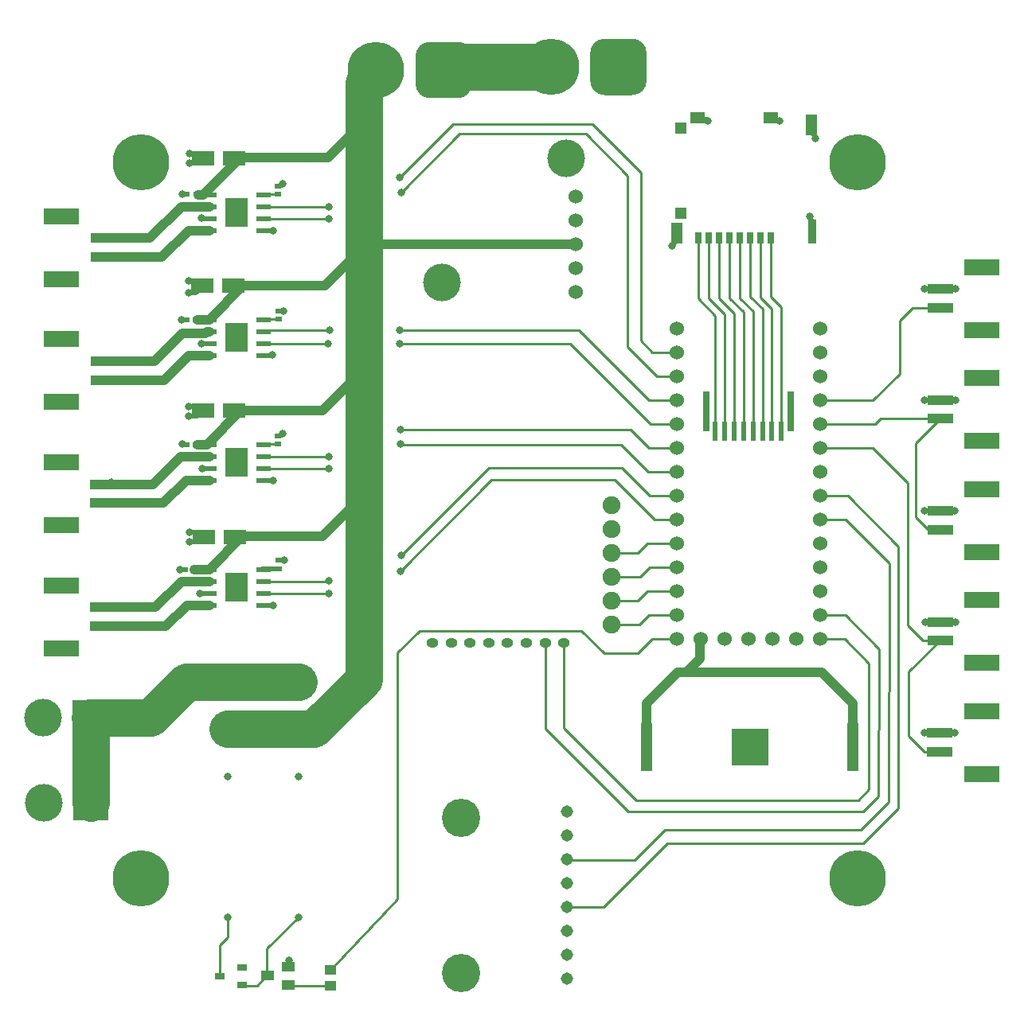
<source format=gbr>
%TF.GenerationSoftware,KiCad,Pcbnew,(5.1.8)-1*%
%TF.CreationDate,2021-01-10T21:03:03-08:00*%
%TF.ProjectId,PJS,504a532e-6b69-4636-9164-5f7063625858,rev?*%
%TF.SameCoordinates,Original*%
%TF.FileFunction,Copper,L1,Top*%
%TF.FilePolarity,Positive*%
%FSLAX46Y46*%
G04 Gerber Fmt 4.6, Leading zero omitted, Abs format (unit mm)*
G04 Created by KiCad (PCBNEW (5.1.8)-1) date 2021-01-10 21:03:03*
%MOMM*%
%LPD*%
G01*
G04 APERTURE LIST*
%TA.AperFunction,ComponentPad*%
%ADD10C,4.000000*%
%TD*%
%TA.AperFunction,ComponentPad*%
%ADD11C,1.524000*%
%TD*%
%TA.AperFunction,ComponentPad*%
%ADD12C,1.308000*%
%TD*%
%TA.AperFunction,ComponentPad*%
%ADD13C,4.064000*%
%TD*%
%TA.AperFunction,SMDPad,CuDef*%
%ADD14R,1.000000X0.800000*%
%TD*%
%TA.AperFunction,SMDPad,CuDef*%
%ADD15R,1.500000X1.150000*%
%TD*%
%TA.AperFunction,SMDPad,CuDef*%
%ADD16R,1.150000X2.200000*%
%TD*%
%TA.AperFunction,SMDPad,CuDef*%
%ADD17R,1.160000X1.200000*%
%TD*%
%TA.AperFunction,SMDPad,CuDef*%
%ADD18R,1.160000X1.250000*%
%TD*%
%TA.AperFunction,SMDPad,CuDef*%
%ADD19R,0.950000X2.500000*%
%TD*%
%TA.AperFunction,SMDPad,CuDef*%
%ADD20R,0.800000X1.240000*%
%TD*%
%TA.AperFunction,ComponentPad*%
%ADD21C,0.800000*%
%TD*%
%TA.AperFunction,ComponentPad*%
%ADD22C,6.000000*%
%TD*%
%TA.AperFunction,SMDPad,CuDef*%
%ADD23R,2.420000X1.580000*%
%TD*%
%TA.AperFunction,SMDPad,CuDef*%
%ADD24R,1.550000X0.600000*%
%TD*%
%TA.AperFunction,SMDPad,CuDef*%
%ADD25R,1.550000X0.500000*%
%TD*%
%TA.AperFunction,SMDPad,CuDef*%
%ADD26R,2.400000X3.100000*%
%TD*%
%TA.AperFunction,ComponentPad*%
%ADD27O,1.270000X1.000000*%
%TD*%
%TA.AperFunction,ComponentPad*%
%ADD28C,1.900000*%
%TD*%
%TA.AperFunction,ComponentPad*%
%ADD29R,3.800000X3.800000*%
%TD*%
%TA.AperFunction,SMDPad,CuDef*%
%ADD30R,1.199998X1.005599*%
%TD*%
%TA.AperFunction,SMDPad,CuDef*%
%ADD31R,1.270000X5.080000*%
%TD*%
%TA.AperFunction,SMDPad,CuDef*%
%ADD32R,3.960000X3.960000*%
%TD*%
%TA.AperFunction,ComponentPad*%
%ADD33C,1.530000*%
%TD*%
%TA.AperFunction,SMDPad,CuDef*%
%ADD34R,1.400000X1.000000*%
%TD*%
%TA.AperFunction,SMDPad,CuDef*%
%ADD35R,0.540000X0.600000*%
%TD*%
%TA.AperFunction,SMDPad,CuDef*%
%ADD36R,0.700000X4.199999*%
%TD*%
%TA.AperFunction,SMDPad,CuDef*%
%ADD37R,0.600000X2.000000*%
%TD*%
%TA.AperFunction,SMDPad,CuDef*%
%ADD38R,2.700000X1.000000*%
%TD*%
%TA.AperFunction,SMDPad,CuDef*%
%ADD39R,3.800000X1.800000*%
%TD*%
%TA.AperFunction,SMDPad,CuDef*%
%ADD40R,0.640000X0.560000*%
%TD*%
%TA.AperFunction,ViaPad*%
%ADD41C,6.000000*%
%TD*%
%TA.AperFunction,ViaPad*%
%ADD42C,0.800000*%
%TD*%
%TA.AperFunction,Conductor*%
%ADD43C,1.000000*%
%TD*%
%TA.AperFunction,Conductor*%
%ADD44C,0.250000*%
%TD*%
%TA.AperFunction,Conductor*%
%ADD45C,4.000000*%
%TD*%
%TA.AperFunction,Conductor*%
%ADD46C,0.750000*%
%TD*%
%TA.AperFunction,Conductor*%
%ADD47C,0.500000*%
%TD*%
%TA.AperFunction,Conductor*%
%ADD48C,5.000000*%
%TD*%
G04 APERTURE END LIST*
D10*
%TO.P,VR1,*%
%TO.N,*%
X124146500Y-73084499D03*
X137346500Y-59884499D03*
D11*
%TO.P,VR1,5*%
%TO.N,+5V*%
X138366500Y-63944499D03*
%TO.P,VR1,4*%
%TO.N,GND*%
X138366500Y-66484499D03*
%TO.P,VR1,3*%
%TO.N,+12V*%
X138366500Y-69024499D03*
%TO.P,VR1,2*%
%TO.N,Net-(VR1-Pad2)*%
X138366500Y-71564499D03*
%TO.P,VR1,1*%
%TO.N,Net-(VR1-Pad1)*%
X138376500Y-74114499D03*
%TD*%
D12*
%TO.P,A5,3*%
%TO.N,GND*%
X137414000Y-142112999D03*
%TO.P,A5,5*%
%TO.N,Net-(A5-Pad5)*%
X137414000Y-137032999D03*
%TO.P,A5,2*%
%TO.N,Net-(A5-Pad2)*%
X137414000Y-144652999D03*
D13*
%TO.P,A5, *%
%TO.N,N/C*%
X126111000Y-130047999D03*
D12*
%TO.P,A5,4*%
%TO.N,/Alt_SCK*%
X137414000Y-139572999D03*
%TO.P,A5,1*%
%TO.N,+5V*%
X137414000Y-147192999D03*
%TO.P,A5,6*%
%TO.N,/Alt_SDI*%
X137414000Y-134492999D03*
%TO.P,A5,8*%
%TO.N,Net-(A5-Pad8)*%
X137414000Y-129412999D03*
%TO.P,A5,7*%
%TO.N,Net-(A5-Pad7)*%
X137414000Y-131952999D03*
D13*
%TO.P,A5, *%
%TO.N,N/C*%
X126111000Y-146557999D03*
%TD*%
D14*
%TO.P,D1,2*%
%TO.N,Net-(D1-Pad2)*%
X102901600Y-145988999D03*
%TO.P,D1,1*%
%TO.N,Net-(D1-Pad1)*%
X102901600Y-147888999D03*
%TO.P,D1,3*%
%TO.N,+5V*%
X100501600Y-146938999D03*
%TD*%
D15*
%TO.P,XM1,9*%
%TO.N,GND*%
X151270000Y-55575999D03*
X159050000Y-55575999D03*
D16*
X163355000Y-56370999D03*
D17*
%TO.P,XM1,*%
%TO.N,*%
X149470000Y-56700999D03*
D18*
X149470000Y-65700999D03*
D16*
%TO.P,XM1,9*%
%TO.N,GND*%
X149065000Y-67850999D03*
D19*
X163455000Y-67700999D03*
D20*
%TO.P,XM1,8*%
%TO.N,Net-(J1-Pad8)*%
X151410000Y-68330999D03*
%TO.P,XM1,7*%
%TO.N,Net-(J1-Pad7)*%
X152510000Y-68330999D03*
%TO.P,XM1,6*%
%TO.N,Net-(J1-Pad6)*%
X153610000Y-68330999D03*
%TO.P,XM1,5*%
%TO.N,Net-(J1-Pad5)*%
X154710000Y-68330999D03*
%TO.P,XM1,4*%
%TO.N,Net-(J1-Pad4)*%
X155810000Y-68330999D03*
%TO.P,XM1,3*%
%TO.N,Net-(J1-Pad3)*%
X156910000Y-68330999D03*
%TO.P,XM1,2*%
%TO.N,Net-(J1-Pad2)*%
X158010000Y-68330999D03*
%TO.P,XM1,1*%
%TO.N,Net-(J1-Pad1)*%
X159110000Y-68330999D03*
%TD*%
D21*
%TO.P,K1,5*%
%TO.N,/Door_RelayOut1*%
X101342500Y-115642999D03*
%TO.P,K1,3*%
%TO.N,+12V*%
X101342500Y-120642999D03*
%TO.P,K1,2*%
%TO.N,Net-(K1-Pad2)*%
X101342500Y-125642999D03*
%TO.P,K1,1*%
%TO.N,+5V*%
X101342500Y-140642999D03*
%TO.P,K1,5*%
%TO.N,/Door_RelayOut1*%
X108842500Y-115642999D03*
%TO.P,K1,6*%
%TO.N,+12V*%
X108842500Y-120642999D03*
%TO.P,K1,7*%
%TO.N,Net-(K1-Pad7)*%
X108842500Y-125642999D03*
%TO.P,K1,8*%
%TO.N,Net-(D1-Pad1)*%
X108842500Y-140642999D03*
%TD*%
%TO.P,X3,*%
%TO.N,GND*%
%TA.AperFunction,ComponentPad*%
G36*
G01*
X145875000Y-48664999D02*
X145875000Y-51664999D01*
G75*
G02*
X144375000Y-53164999I-1500000J0D01*
G01*
X141375000Y-53164999D01*
G75*
G02*
X139875000Y-51664999I0J1500000D01*
G01*
X139875000Y-48664999D01*
G75*
G02*
X141375000Y-47164999I1500000J0D01*
G01*
X144375000Y-47164999D01*
G75*
G02*
X145875000Y-48664999I0J-1500000D01*
G01*
G37*
%TD.AperFunction*%
D22*
%TO.P,X3,2*%
%TO.N,Net-(X3-Pad2)*%
X135675000Y-50164999D03*
%TD*%
D23*
%TO.P,C3,2*%
%TO.N,GND*%
X98692000Y-86733999D03*
%TO.P,C3,1*%
%TO.N,+12V*%
X101992000Y-86733999D03*
%TD*%
D24*
%TO.P,A1,6*%
%TO.N,/UAS_DriverOUT1*%
X99360000Y-65023999D03*
D25*
%TO.P,A1,5*%
%TO.N,+12V*%
X99360000Y-63753999D03*
%TO.P,A1,1*%
%TO.N,GND*%
X105110000Y-67563999D03*
D24*
%TO.P,A1,7*%
X99360000Y-66293999D03*
D25*
%TO.P,A1,2*%
%TO.N,/UAS_DriverIN2*%
X105110000Y-66293999D03*
%TO.P,A1,4*%
%TO.N,Net-(A1-Pad4)*%
X105110000Y-63753999D03*
%TO.P,A1,3*%
%TO.N,/UAS_DriverIN1*%
X105110000Y-65023999D03*
D24*
%TO.P,A1,8*%
%TO.N,/UAS_DriverOUT2*%
X99360000Y-67563999D03*
D26*
%TO.P,A1,1*%
%TO.N,GND*%
X102235000Y-65658999D03*
%TD*%
D24*
%TO.P,A2,6*%
%TO.N,/Link_DriverOUT1*%
X99360000Y-78316665D03*
D25*
%TO.P,A2,5*%
%TO.N,+12V*%
X99360000Y-77046665D03*
%TO.P,A2,1*%
%TO.N,GND*%
X105110000Y-80856665D03*
D24*
%TO.P,A2,7*%
X99360000Y-79586665D03*
D25*
%TO.P,A2,2*%
%TO.N,/Link_DriverIN2*%
X105110000Y-79586665D03*
%TO.P,A2,4*%
%TO.N,Net-(A2-Pad4)*%
X105110000Y-77046665D03*
%TO.P,A2,3*%
%TO.N,/Link_DriverIN1*%
X105110000Y-78316665D03*
D24*
%TO.P,A2,8*%
%TO.N,/Link_DriverOUT2*%
X99360000Y-80856665D03*
D26*
%TO.P,A2,1*%
%TO.N,GND*%
X102235000Y-78951665D03*
%TD*%
D24*
%TO.P,A3,6*%
%TO.N,/LockA_DriverOUT1*%
X99360000Y-91609331D03*
D25*
%TO.P,A3,5*%
%TO.N,+12V*%
X99360000Y-90339331D03*
%TO.P,A3,1*%
%TO.N,GND*%
X105110000Y-94149331D03*
D24*
%TO.P,A3,7*%
X99360000Y-92879331D03*
D25*
%TO.P,A3,2*%
%TO.N,/LockA_DriverIN2*%
X105110000Y-92879331D03*
%TO.P,A3,4*%
%TO.N,Net-(A3-Pad4)*%
X105110000Y-90339331D03*
%TO.P,A3,3*%
%TO.N,/LockA_DriverIN1*%
X105110000Y-91609331D03*
D24*
%TO.P,A3,8*%
%TO.N,/LockA_DriverOUT2*%
X99360000Y-94149331D03*
D26*
%TO.P,A3,1*%
%TO.N,GND*%
X102235000Y-92244331D03*
%TD*%
D24*
%TO.P,A4,6*%
%TO.N,/LockB_DriverOUT1*%
X99360000Y-104901999D03*
D25*
%TO.P,A4,5*%
%TO.N,+12V*%
X99360000Y-103631999D03*
%TO.P,A4,1*%
%TO.N,GND*%
X105110000Y-107441999D03*
D24*
%TO.P,A4,7*%
X99360000Y-106171999D03*
D25*
%TO.P,A4,2*%
%TO.N,/LockB_DriverIN2*%
X105110000Y-106171999D03*
%TO.P,A4,4*%
%TO.N,Net-(A4-Pad4)*%
X105110000Y-103631999D03*
%TO.P,A4,3*%
%TO.N,/LockB_DriverIN1*%
X105110000Y-104901999D03*
D24*
%TO.P,A4,8*%
%TO.N,/LockB_DriverOUT2*%
X99360000Y-107441999D03*
D26*
%TO.P,A4,1*%
%TO.N,GND*%
X102235000Y-105536999D03*
%TD*%
D27*
%TO.P,A6,13*%
%TO.N,N/C*%
X125092600Y-111454999D03*
%TO.P,A6,11*%
X129092600Y-111454999D03*
D28*
%TO.P,A6,1*%
%TO.N,GND*%
X142122600Y-96844999D03*
%TO.P,A6,4*%
%TO.N,/RF_CH2*%
X142122600Y-104464999D03*
D27*
%TO.P,A6,8*%
%TO.N,/RF_CH6*%
X135092600Y-111454999D03*
%TO.P,A6,7*%
%TO.N,/RF_CH5*%
X137092600Y-111454999D03*
%TO.P,A6,9*%
%TO.N,N/C*%
X133092600Y-111454999D03*
D28*
%TO.P,A6,5*%
%TO.N,/RF_CH3*%
X142122600Y-107004999D03*
%TO.P,A6,2*%
%TO.N,+5V*%
X142122600Y-99384999D03*
%TO.P,A6,3*%
%TO.N,/RF_CH1*%
X142122600Y-101924999D03*
%TO.P,A6,6*%
%TO.N,/RF_CH4*%
X142122600Y-109544999D03*
D27*
%TO.P,A6,14*%
%TO.N,N/C*%
X123092600Y-111454999D03*
%TO.P,A6,12*%
X127092600Y-111454999D03*
%TO.P,A6,10*%
X131092600Y-111454999D03*
%TD*%
D10*
%TO.P,X2,2*%
%TO.N,GND*%
X81715000Y-119414999D03*
D29*
%TO.P,X2,1*%
%TO.N,/Door_RelayOut1*%
X86715000Y-119414999D03*
%TD*%
D10*
%TO.P,X1,2*%
%TO.N,GND*%
X81765000Y-128464999D03*
D29*
%TO.P,X1,1*%
%TO.N,/Door_RelayOut1*%
X86765000Y-128464999D03*
%TD*%
%TO.P,X4,1*%
%TO.N,Net-(X3-Pad2)*%
%TA.AperFunction,ComponentPad*%
G36*
G01*
X127307600Y-48995199D02*
X127307600Y-51995199D01*
G75*
G02*
X125807600Y-53495199I-1500000J0D01*
G01*
X122807600Y-53495199D01*
G75*
G02*
X121307600Y-51995199I0J1500000D01*
G01*
X121307600Y-48995199D01*
G75*
G02*
X122807600Y-47495199I1500000J0D01*
G01*
X125807600Y-47495199D01*
G75*
G02*
X127307600Y-48995199I0J-1500000D01*
G01*
G37*
%TD.AperFunction*%
D22*
%TO.P,X4,2*%
%TO.N,+12V*%
X117107600Y-50495199D03*
%TD*%
D30*
%TO.P,R5,1*%
%TO.N,Net-(Q1-Pad1)*%
X112242600Y-147918798D03*
%TO.P,R5,2*%
%TO.N,/Relay_Signal*%
X112242600Y-146213200D03*
%TD*%
D31*
%TO.P,BT1,1*%
%TO.N,/3.3V_Coin*%
X167830000Y-122554999D03*
X145860000Y-122554999D03*
D32*
%TO.P,BT1,2*%
%TO.N,GND*%
X156845000Y-122554999D03*
%TD*%
D33*
%TO.P,U2,ONOFF*%
%TO.N,N/C*%
X161772600Y-111048799D03*
%TO.P,U2,PGM*%
X159232600Y-111048799D03*
%TO.P,U2,G2*%
X156692600Y-111048799D03*
%TO.P,U2,3.3V_1*%
X154152600Y-111048799D03*
%TO.P,U2,VBAT*%
%TO.N,/3.3V_Coin*%
X151612600Y-111048799D03*
%TO.P,U2,VIN*%
%TO.N,N/C*%
X164312600Y-78028799D03*
%TO.P,U2,G3*%
X164312600Y-80568799D03*
%TO.P,U2,3.3V_2*%
X164312600Y-83108799D03*
%TO.P,U2,23*%
%TO.N,/S3_UAS*%
X164312600Y-85648799D03*
%TO.P,U2,22*%
%TO.N,/S2_Door*%
X164312600Y-88188799D03*
%TO.P,U2,21*%
%TO.N,/S1_Link*%
X164312600Y-90728799D03*
%TO.P,U2,20*%
%TO.N,Net-(U2-Pad20)*%
X164312600Y-93268799D03*
%TO.P,U2,19*%
%TO.N,/Alt_SCK*%
X164312600Y-95808799D03*
%TO.P,U2,18*%
%TO.N,/Alt_SDI*%
X164312600Y-98348799D03*
%TO.P,U2,17*%
%TO.N,Net-(U2-Pad17)*%
X164312600Y-100888799D03*
%TO.P,U2,16*%
%TO.N,Net-(U2-Pad16)*%
X164312600Y-103428799D03*
%TO.P,U2,15*%
%TO.N,Net-(U2-Pad15)*%
X164312600Y-105968799D03*
%TO.P,U2,14*%
%TO.N,/RF_CH6*%
X164312600Y-108508799D03*
%TO.P,U2,13*%
%TO.N,/RF_CH5*%
X164312600Y-111048799D03*
%TO.P,U2,G1*%
%TO.N,GND*%
X149072600Y-78028799D03*
%TO.P,U2,0*%
%TO.N,/UAS_DriverIN1*%
X149072600Y-80568799D03*
%TO.P,U2,1*%
%TO.N,/UAS_DriverIN2*%
X149072600Y-83108799D03*
%TO.P,U2,2*%
%TO.N,/Link_DriverIN1*%
X149072600Y-85648799D03*
%TO.P,U2,3*%
%TO.N,/Link_DriverIN2*%
X149072600Y-88188799D03*
%TO.P,U2,4*%
%TO.N,/LockA_DriverIN1*%
X149072600Y-90728799D03*
%TO.P,U2,5*%
%TO.N,/LockA_DriverIN2*%
X149072600Y-93268799D03*
%TO.P,U2,6*%
%TO.N,/LockB_DriverIN1*%
X149072600Y-95808799D03*
%TO.P,U2,7*%
%TO.N,/LockB_DriverIN2*%
X149072600Y-98348799D03*
%TO.P,U2,8*%
%TO.N,/RF_CH1*%
X149072600Y-100888799D03*
%TO.P,U2,9*%
%TO.N,/RF_CH2*%
X149072600Y-103428799D03*
%TO.P,U2,10*%
%TO.N,/RF_CH3*%
X149072600Y-105968799D03*
%TO.P,U2,11*%
%TO.N,/RF_CH4*%
X149072600Y-108508799D03*
%TO.P,U2,12*%
%TO.N,/Relay_Signal*%
X149072600Y-111048799D03*
%TD*%
D34*
%TO.P,Q1,2*%
%TO.N,GND*%
X107754600Y-145938199D03*
%TO.P,Q1,1*%
%TO.N,Net-(Q1-Pad1)*%
X107754600Y-147838199D03*
%TO.P,Q1,3*%
%TO.N,Net-(D1-Pad1)*%
X105554600Y-146888199D03*
%TD*%
D23*
%TO.P,C1,2*%
%TO.N,GND*%
X98725000Y-59874999D03*
%TO.P,C1,1*%
%TO.N,+12V*%
X102025000Y-59874999D03*
%TD*%
%TO.P,C2,1*%
%TO.N,+12V*%
X101957000Y-73458999D03*
%TO.P,C2,2*%
%TO.N,GND*%
X98657000Y-73458999D03*
%TD*%
%TO.P,C4,1*%
%TO.N,+12V*%
X102077000Y-100158999D03*
%TO.P,C4,2*%
%TO.N,GND*%
X98777000Y-100158999D03*
%TD*%
D35*
%TO.P,C5,1*%
%TO.N,+12V*%
X97908000Y-63740499D03*
%TO.P,C5,2*%
%TO.N,GND*%
X97048000Y-63740499D03*
%TD*%
%TO.P,C6,2*%
%TO.N,GND*%
X96981000Y-77073999D03*
%TO.P,C6,1*%
%TO.N,+12V*%
X97841000Y-77073999D03*
%TD*%
%TO.P,C7,2*%
%TO.N,GND*%
X97006000Y-90333499D03*
%TO.P,C7,1*%
%TO.N,+12V*%
X97866000Y-90333499D03*
%TD*%
%TO.P,C8,1*%
%TO.N,+12V*%
X97711000Y-103638999D03*
%TO.P,C8,2*%
%TO.N,GND*%
X96851000Y-103638999D03*
%TD*%
D36*
%TO.P,J1,*%
%TO.N,*%
X152192600Y-86811499D03*
D37*
%TO.P,J1,8*%
%TO.N,Net-(J1-Pad8)*%
X153192600Y-88911499D03*
%TO.P,J1,7*%
%TO.N,Net-(J1-Pad7)*%
X154192600Y-88911499D03*
%TO.P,J1,6*%
%TO.N,Net-(J1-Pad6)*%
X155192600Y-88911499D03*
%TO.P,J1,5*%
%TO.N,Net-(J1-Pad5)*%
X156192600Y-88911499D03*
%TO.P,J1,3*%
%TO.N,Net-(J1-Pad3)*%
X158192600Y-88911499D03*
%TO.P,J1,4*%
%TO.N,Net-(J1-Pad4)*%
X157192600Y-88911499D03*
%TO.P,J1,1*%
%TO.N,Net-(J1-Pad1)*%
X160192600Y-88911499D03*
%TO.P,J1,2*%
%TO.N,Net-(J1-Pad2)*%
X159192600Y-88911499D03*
D36*
%TO.P,J1,*%
%TO.N,*%
X161192600Y-86811499D03*
%TD*%
D38*
%TO.P,J2,1*%
%TO.N,/UAS_DriverOUT1*%
X88113000Y-68394999D03*
%TO.P,J2,2*%
%TO.N,/UAS_DriverOUT2*%
X88113000Y-70394999D03*
D39*
%TO.P,J2,S2*%
%TO.N,N/C*%
X83663000Y-72744999D03*
%TO.P,J2,S1*%
X83663000Y-66044999D03*
%TD*%
%TO.P,J3,S1*%
%TO.N,N/C*%
X83663000Y-79138332D03*
%TO.P,J3,S2*%
X83663000Y-85838332D03*
D38*
%TO.P,J3,2*%
%TO.N,/Link_DriverOUT2*%
X88113000Y-83488332D03*
%TO.P,J3,1*%
%TO.N,/Link_DriverOUT1*%
X88113000Y-81488332D03*
%TD*%
D39*
%TO.P,J4,S1*%
%TO.N,N/C*%
X83625000Y-92231665D03*
%TO.P,J4,S2*%
X83625000Y-98931665D03*
D38*
%TO.P,J4,2*%
%TO.N,/LockA_DriverOUT2*%
X88075000Y-96581665D03*
%TO.P,J4,1*%
%TO.N,/LockA_DriverOUT1*%
X88075000Y-94581665D03*
%TD*%
%TO.P,J5,1*%
%TO.N,/LockB_DriverOUT1*%
X88085000Y-107674999D03*
%TO.P,J5,2*%
%TO.N,/LockB_DriverOUT2*%
X88085000Y-109674999D03*
D39*
%TO.P,J5,S2*%
%TO.N,N/C*%
X83635000Y-112024999D03*
%TO.P,J5,S1*%
X83635000Y-105324999D03*
%TD*%
%TO.P,J6,S1*%
%TO.N,N/C*%
X181499600Y-125396999D03*
%TO.P,J6,S2*%
X181499600Y-118696999D03*
D38*
%TO.P,J6,2*%
%TO.N,GND*%
X177049600Y-121046999D03*
%TO.P,J6,1*%
%TO.N,/S1_Link*%
X177049600Y-123046999D03*
%TD*%
D39*
%TO.P,J7,S1*%
%TO.N,N/C*%
X181525000Y-113585999D03*
%TO.P,J7,S2*%
X181525000Y-106885999D03*
D38*
%TO.P,J7,2*%
%TO.N,GND*%
X177075000Y-109235999D03*
%TO.P,J7,1*%
%TO.N,/S1_Link*%
X177075000Y-111235999D03*
%TD*%
%TO.P,J8,1*%
%TO.N,/S2_Door*%
X177075000Y-99424999D03*
%TO.P,J8,2*%
%TO.N,GND*%
X177075000Y-97424999D03*
D39*
%TO.P,J8,S2*%
%TO.N,N/C*%
X181525000Y-95074999D03*
%TO.P,J8,S1*%
X181525000Y-101774999D03*
%TD*%
%TO.P,J9,S1*%
%TO.N,N/C*%
X181525000Y-89963999D03*
%TO.P,J9,S2*%
X181525000Y-83263999D03*
D38*
%TO.P,J9,2*%
%TO.N,GND*%
X177075000Y-85613999D03*
%TO.P,J9,1*%
%TO.N,/S2_Door*%
X177075000Y-87613999D03*
%TD*%
%TO.P,J10,1*%
%TO.N,/S3_UAS*%
X177075000Y-75802999D03*
%TO.P,J10,2*%
%TO.N,GND*%
X177075000Y-73802999D03*
D39*
%TO.P,J10,S2*%
%TO.N,N/C*%
X181525000Y-71452999D03*
%TO.P,J10,S1*%
X181525000Y-78152999D03*
%TD*%
D40*
%TO.P,R1,1*%
%TO.N,Net-(A1-Pad4)*%
X106654600Y-63731799D03*
%TO.P,R1,2*%
%TO.N,GND*%
X106654600Y-62861799D03*
%TD*%
%TO.P,R2,2*%
%TO.N,GND*%
X106730800Y-76145999D03*
%TO.P,R2,1*%
%TO.N,Net-(A2-Pad4)*%
X106730800Y-77015999D03*
%TD*%
%TO.P,R3,1*%
%TO.N,Net-(A3-Pad4)*%
X106705400Y-90325599D03*
%TO.P,R3,2*%
%TO.N,GND*%
X106705400Y-89455599D03*
%TD*%
%TO.P,R4,2*%
%TO.N,GND*%
X106730800Y-102679499D03*
%TO.P,R4,1*%
%TO.N,Net-(A4-Pad4)*%
X106730800Y-103549499D03*
%TD*%
D41*
%TO.N,*%
X168275000Y-136524999D03*
X168275000Y-60324999D03*
X92075000Y-60324999D03*
X92075000Y-136524999D03*
D42*
%TO.N,GND*%
X175425000Y-97424999D03*
X178685000Y-85624999D03*
X175425000Y-85594999D03*
X178715000Y-73814999D03*
X175435000Y-73804999D03*
X178665000Y-121034999D03*
X175425000Y-121054999D03*
X178685000Y-109244999D03*
X175465000Y-109254999D03*
X178675000Y-97434999D03*
X101635000Y-66658999D03*
X101635000Y-65658999D03*
X102835000Y-64658999D03*
X102835000Y-66658999D03*
X102835000Y-65658999D03*
X101635000Y-64658999D03*
X101635000Y-79951665D03*
X101635000Y-78951665D03*
X102835000Y-77951665D03*
X102835000Y-79951665D03*
X102835000Y-78951665D03*
X101635000Y-77951665D03*
X101635000Y-93244331D03*
X101635000Y-92244331D03*
X102835000Y-91244331D03*
X102835000Y-93244331D03*
X102835000Y-92244331D03*
X101635000Y-91244331D03*
X101635000Y-106536999D03*
X102835000Y-105536999D03*
X102835000Y-104536999D03*
X102835000Y-106536999D03*
X101635000Y-105536999D03*
X101635000Y-104536999D03*
X155555000Y-123834999D03*
X158225000Y-123854999D03*
X158095000Y-121294999D03*
X107205000Y-62584999D03*
X96510000Y-63689999D03*
X97195000Y-74189999D03*
X97215000Y-72939999D03*
X97295000Y-99664999D03*
X98585000Y-92914999D03*
X96475000Y-90319999D03*
X96240000Y-103629999D03*
X107265000Y-76114999D03*
X98575000Y-79604999D03*
X96410000Y-77044999D03*
X155525000Y-121264999D03*
X156845000Y-122554999D03*
X152400000Y-55879999D03*
X160020000Y-55879999D03*
X163830000Y-57784999D03*
X163195000Y-66039999D03*
X148590000Y-69214999D03*
X98404680Y-106182159D03*
X107185000Y-89204999D03*
X98565000Y-66274999D03*
X97235000Y-59424999D03*
X97235000Y-60394999D03*
X107845000Y-145274999D03*
X97285000Y-100674999D03*
X97225000Y-86284999D03*
X97215000Y-87344999D03*
X106155000Y-67564999D03*
X106065000Y-80834999D03*
X106155000Y-94154999D03*
X107325000Y-102634999D03*
X106165000Y-107474999D03*
%TO.N,/UAS_DriverIN2*%
X112125000Y-66324999D03*
X119755000Y-63524999D03*
%TO.N,/UAS_DriverIN1*%
X112125000Y-65024999D03*
X119657340Y-61887339D03*
%TO.N,/Link_DriverIN1*%
X119625000Y-78184999D03*
X112175000Y-78184999D03*
%TO.N,/Link_DriverIN2*%
X112025000Y-79644999D03*
X119615000Y-79654999D03*
%TO.N,/LockA_DriverIN2*%
X112075000Y-92899999D03*
X119705000Y-90329999D03*
%TO.N,/LockA_DriverIN1*%
X112050000Y-91624999D03*
X119705000Y-88729999D03*
%TO.N,/LockB_DriverIN1*%
X112075000Y-104874999D03*
X119775000Y-102134999D03*
%TO.N,/LockB_DriverIN2*%
X112050000Y-106174999D03*
X119675000Y-103854999D03*
%TD*%
D43*
%TO.N,/UAS_DriverOUT1*%
X93075000Y-68394999D02*
X88113000Y-68394999D01*
X96446000Y-65023999D02*
X93075000Y-68394999D01*
X99360000Y-65023999D02*
X96446000Y-65023999D01*
D44*
%TO.N,+12V*%
X102380998Y-99904999D02*
X102077000Y-99904999D01*
D45*
X101342500Y-120642999D02*
X108842500Y-120642999D01*
D46*
X117374500Y-69024499D02*
X115563000Y-67212999D01*
D43*
X138366500Y-69024499D02*
X117374500Y-69024499D01*
D47*
X102077000Y-100158999D02*
X102507000Y-99728999D01*
D43*
X111975000Y-59849999D02*
X115784999Y-56040000D01*
X98749500Y-63750499D02*
X98208001Y-63750499D01*
X102650000Y-59849999D02*
X98749500Y-63750499D01*
X111975000Y-59849999D02*
X102650000Y-59849999D01*
X111640000Y-73434999D02*
X115184999Y-69890000D01*
X102971666Y-73434999D02*
X111640000Y-73434999D01*
X99360000Y-77046665D02*
X102971666Y-73434999D01*
X99100669Y-90359330D02*
X98156001Y-90359330D01*
X102725000Y-86734999D02*
X99100669Y-90359330D01*
X111390000Y-86734999D02*
X102725000Y-86734999D01*
X115784999Y-82340000D02*
X111390000Y-86734999D01*
X111415000Y-100134999D02*
X115315001Y-96234998D01*
X102857000Y-100134999D02*
X111415000Y-100134999D01*
X99360000Y-103631999D02*
X102857000Y-100134999D01*
X99360000Y-77046665D02*
X98146666Y-77046665D01*
D47*
X102387000Y-73028999D02*
X101957000Y-73458999D01*
D43*
X97821001Y-103631999D02*
X97821001Y-103638999D01*
X99360000Y-103631999D02*
X97821001Y-103631999D01*
D45*
X110489317Y-120642999D02*
X115784999Y-115347317D01*
X115784999Y-51817800D02*
X115784999Y-115347317D01*
X117107600Y-50495199D02*
X115784999Y-51817800D01*
X108842500Y-120642999D02*
X110489317Y-120642999D01*
D44*
%TO.N,GND*%
X106928200Y-62861799D02*
X107205000Y-62584999D01*
X106654600Y-62861799D02*
X106928200Y-62861799D01*
X96560500Y-63740499D02*
X96510000Y-63689999D01*
X97048000Y-63740499D02*
X96560500Y-63740499D01*
X98620668Y-92879331D02*
X98585000Y-92914999D01*
X99535000Y-92879331D02*
X98620668Y-92879331D01*
X96488500Y-90333499D02*
X96475000Y-90319999D01*
X97006000Y-90333499D02*
X96488500Y-90333499D01*
X96249000Y-103608999D02*
X96240000Y-103599999D01*
X96851000Y-103608999D02*
X96249000Y-103608999D01*
X107234000Y-76145999D02*
X107265000Y-76114999D01*
X106730800Y-76145999D02*
X107234000Y-76145999D01*
X98593334Y-79586665D02*
X98575000Y-79604999D01*
X99535000Y-79586665D02*
X98593334Y-79586665D01*
X156815000Y-122554999D02*
X155525000Y-121264999D01*
X156845000Y-122554999D02*
X156815000Y-122554999D01*
X152096000Y-55575999D02*
X152400000Y-55879999D01*
X151270000Y-55575999D02*
X152096000Y-55575999D01*
X163355000Y-57309999D02*
X163830000Y-57784999D01*
X163355000Y-56370999D02*
X163355000Y-57309999D01*
X163455000Y-66299999D02*
X163195000Y-66039999D01*
X163455000Y-67700999D02*
X163455000Y-66299999D01*
X149065000Y-68739999D02*
X148590000Y-69214999D01*
X149065000Y-67850999D02*
X149065000Y-68739999D01*
X177075000Y-97424999D02*
X176405000Y-97424999D01*
X177049600Y-121046999D02*
X176707000Y-121046999D01*
D47*
X106934400Y-89455599D02*
X107185000Y-89204999D01*
X106705400Y-89455599D02*
X106934400Y-89455599D01*
X96439000Y-77073999D02*
X96410000Y-77044999D01*
X96981000Y-77073999D02*
X96439000Y-77073999D01*
X98584000Y-66293999D02*
X98565000Y-66274999D01*
X99535000Y-66293999D02*
X98584000Y-66293999D01*
D44*
X107754600Y-145365399D02*
X107845000Y-145274999D01*
X107754600Y-145938199D02*
X107754600Y-145365399D01*
X99349840Y-106182159D02*
X99360000Y-106171999D01*
X98404680Y-106182159D02*
X99349840Y-106182159D01*
D47*
X98205000Y-60394999D02*
X98725000Y-59874999D01*
X97235000Y-60394999D02*
X98205000Y-60394999D01*
X98275000Y-59424999D02*
X98725000Y-59874999D01*
X97235000Y-59424999D02*
X98275000Y-59424999D01*
X98138000Y-72939999D02*
X98657000Y-73458999D01*
X97215000Y-72939999D02*
X98138000Y-72939999D01*
X97926000Y-74189999D02*
X98657000Y-73458999D01*
X97195000Y-74189999D02*
X97926000Y-74189999D01*
X98243000Y-86284999D02*
X98692000Y-86733999D01*
X97225000Y-86284999D02*
X98243000Y-86284999D01*
X98081000Y-87344999D02*
X98692000Y-86733999D01*
X97215000Y-87344999D02*
X98081000Y-87344999D01*
X98283000Y-99664999D02*
X98777000Y-100158999D01*
X97295000Y-99664999D02*
X98283000Y-99664999D01*
X98261000Y-100674999D02*
X98777000Y-100158999D01*
X97285000Y-100674999D02*
X98261000Y-100674999D01*
D44*
X175484000Y-109235999D02*
X175465000Y-109254999D01*
X177075000Y-109235999D02*
X175484000Y-109235999D01*
X177084000Y-109244999D02*
X177075000Y-109235999D01*
X178685000Y-109244999D02*
X177084000Y-109244999D01*
X177056000Y-85594999D02*
X177075000Y-85613999D01*
X175425000Y-85594999D02*
X177056000Y-85594999D01*
X177086000Y-85624999D02*
X177075000Y-85613999D01*
X178685000Y-85624999D02*
X177086000Y-85624999D01*
X177073000Y-73804999D02*
X177075000Y-73802999D01*
X175435000Y-73804999D02*
X177073000Y-73804999D01*
X177087000Y-73814999D02*
X177075000Y-73802999D01*
X178715000Y-73814999D02*
X177087000Y-73814999D01*
X177061600Y-121034999D02*
X177049600Y-121046999D01*
X178665000Y-121034999D02*
X177061600Y-121034999D01*
X177041600Y-121054999D02*
X177049600Y-121046999D01*
X175425000Y-121054999D02*
X177041600Y-121054999D01*
X177065000Y-97434999D02*
X177075000Y-97424999D01*
X177085000Y-97434999D02*
X177075000Y-97424999D01*
X178675000Y-97434999D02*
X177085000Y-97434999D01*
X175425000Y-97424999D02*
X177075000Y-97424999D01*
X159354000Y-55879999D02*
X159050000Y-55575999D01*
X160020000Y-55879999D02*
X159354000Y-55879999D01*
X106154000Y-67563999D02*
X106155000Y-67564999D01*
X104935000Y-67563999D02*
X106154000Y-67563999D01*
X104935000Y-80856665D02*
X106043334Y-80856665D01*
X106043334Y-80856665D02*
X106065000Y-80834999D01*
X104935000Y-94149331D02*
X104940668Y-94154999D01*
X104940668Y-94154999D02*
X106155000Y-94154999D01*
X106730800Y-102679499D02*
X107280500Y-102679499D01*
X107280500Y-102679499D02*
X107325000Y-102634999D01*
X104935000Y-107441999D02*
X104968000Y-107474999D01*
X104968000Y-107474999D02*
X106165000Y-107474999D01*
%TO.N,/UAS_DriverIN2*%
X148640800Y-83108799D02*
X149072600Y-83108799D01*
X105141000Y-66324999D02*
X105110000Y-66293999D01*
X112125000Y-66324999D02*
X105141000Y-66324999D01*
X146958800Y-83108799D02*
X149072600Y-83108799D01*
X143850000Y-79999999D02*
X146958800Y-83108799D01*
X139400000Y-57299999D02*
X143850000Y-61749999D01*
X119755000Y-63524999D02*
X119755000Y-63514999D01*
X143850000Y-61749999D02*
X143850000Y-79999999D01*
X125970000Y-57299999D02*
X139400000Y-57299999D01*
X119755000Y-63514999D02*
X125970000Y-57299999D01*
%TO.N,Net-(A1-Pad4)*%
X104957200Y-63731799D02*
X104935000Y-63753999D01*
X106654600Y-63731799D02*
X104957200Y-63731799D01*
%TO.N,/UAS_DriverIN1*%
X105111000Y-65024999D02*
X105110000Y-65023999D01*
X112125000Y-65024999D02*
X105111000Y-65024999D01*
X125294680Y-56249999D02*
X119657340Y-61887339D01*
X140100000Y-56249999D02*
X125294680Y-56249999D01*
X145250000Y-61399999D02*
X140100000Y-56249999D01*
X145250000Y-79319999D02*
X145250000Y-61399999D01*
X146498800Y-80568799D02*
X145250000Y-79319999D01*
X149072600Y-80568799D02*
X146498800Y-80568799D01*
D43*
%TO.N,/UAS_DriverOUT2*%
X94335000Y-70394999D02*
X88113000Y-70394999D01*
X97166000Y-67563999D02*
X94335000Y-70394999D01*
X99360000Y-67563999D02*
X97166000Y-67563999D01*
%TO.N,/Link_DriverOUT2*%
X94591667Y-83488332D02*
X88113000Y-83488332D01*
X97223334Y-80856665D02*
X94591667Y-83488332D01*
X99360000Y-80856665D02*
X97223334Y-80856665D01*
D44*
%TO.N,/Link_DriverIN1*%
X105066666Y-78184999D02*
X104935000Y-78316665D01*
X112175000Y-78184999D02*
X105066666Y-78184999D01*
X138660000Y-78184999D02*
X146123800Y-85648799D01*
X146123800Y-85648799D02*
X149072600Y-85648799D01*
X119655000Y-78184999D02*
X138660000Y-78184999D01*
X119635000Y-78204999D02*
X119655000Y-78184999D01*
%TO.N,Net-(A2-Pad4)*%
X104965666Y-77015999D02*
X104935000Y-77046665D01*
X106730800Y-77015999D02*
X104965666Y-77015999D01*
%TO.N,/Link_DriverIN2*%
X111966666Y-79586665D02*
X112025000Y-79644999D01*
X104935000Y-79586665D02*
X111966666Y-79586665D01*
X146313800Y-88188799D02*
X137770000Y-79644999D01*
X137770000Y-79644999D02*
X119625000Y-79644999D01*
X149072600Y-88188799D02*
X146313800Y-88188799D01*
X119625000Y-79644999D02*
X119615000Y-79654999D01*
D43*
%TO.N,/Link_DriverOUT1*%
X93551667Y-81488332D02*
X88113000Y-81488332D01*
X96535001Y-78504998D02*
X93551667Y-81488332D01*
X98928333Y-78504998D02*
X96535001Y-78504998D01*
X99116666Y-78316665D02*
X98928333Y-78504998D01*
X99360000Y-78316665D02*
X99116666Y-78316665D01*
D47*
%TO.N,/LockA_DriverOUT1*%
X88974000Y-94149331D02*
X88863000Y-94260331D01*
D43*
X93358334Y-94581665D02*
X88075000Y-94581665D01*
X96330668Y-91609331D02*
X93358334Y-94581665D01*
X99360000Y-91609331D02*
X96330668Y-91609331D01*
D44*
%TO.N,/LockA_DriverIN2*%
X105130668Y-92899999D02*
X105110000Y-92879331D01*
X112075000Y-92899999D02*
X105130668Y-92899999D01*
X146043800Y-93268799D02*
X143125000Y-90349999D01*
X119725000Y-90349999D02*
X119705000Y-90329999D01*
X149072600Y-93268799D02*
X146043800Y-93268799D01*
X143125000Y-90349999D02*
X119725000Y-90349999D01*
%TO.N,Net-(A3-Pad4)*%
X104948732Y-90325599D02*
X104935000Y-90339331D01*
X106705400Y-90325599D02*
X104948732Y-90325599D01*
%TO.N,/LockA_DriverIN1*%
X105125668Y-91624999D02*
X105110000Y-91609331D01*
X112050000Y-91624999D02*
X105125668Y-91624999D01*
X144175000Y-88749999D02*
X119725000Y-88749999D01*
X119725000Y-88749999D02*
X119705000Y-88729999D01*
X146153800Y-90728799D02*
X144175000Y-88749999D01*
X149072600Y-90728799D02*
X146153800Y-90728799D01*
D43*
%TO.N,/LockA_DriverOUT2*%
X94488334Y-96581665D02*
X88075000Y-96581665D01*
X96920668Y-94149331D02*
X94488334Y-96581665D01*
X99360000Y-94149331D02*
X96920668Y-94149331D01*
%TO.N,/LockB_DriverOUT2*%
X94745000Y-109674999D02*
X88085000Y-109674999D01*
X96978000Y-107441999D02*
X94745000Y-109674999D01*
X99360000Y-107441999D02*
X96978000Y-107441999D01*
D44*
%TO.N,/LockB_DriverIN1*%
X112048000Y-104901999D02*
X112075000Y-104874999D01*
X105110000Y-104901999D02*
X112048000Y-104901999D01*
X119775000Y-102134999D02*
X119785000Y-102134999D01*
X146183800Y-95808799D02*
X149072600Y-95808799D01*
X143225000Y-92849999D02*
X146183800Y-95808799D01*
X129070000Y-92849999D02*
X143225000Y-92849999D01*
X119785000Y-102134999D02*
X129070000Y-92849999D01*
%TO.N,Net-(A4-Pad4)*%
X104954000Y-103612999D02*
X104935000Y-103631999D01*
D47*
X106680000Y-103612999D02*
X104954000Y-103612999D01*
D44*
%TO.N,/LockB_DriverIN2*%
X105113000Y-106174999D02*
X105110000Y-106171999D01*
X112050000Y-106174999D02*
X105113000Y-106174999D01*
X119675000Y-103854999D02*
X119675000Y-103844999D01*
X129395000Y-94124999D02*
X142500000Y-94124999D01*
X142500000Y-94124999D02*
X146723800Y-98348799D01*
X146723800Y-98348799D02*
X149072600Y-98348799D01*
X119675000Y-103844999D02*
X129395000Y-94124999D01*
D43*
%TO.N,/LockB_DriverOUT1*%
X96388000Y-104901999D02*
X93615000Y-107674999D01*
X93615000Y-107674999D02*
X88085000Y-107674999D01*
X99360000Y-104901999D02*
X96388000Y-104901999D01*
D44*
%TO.N,/Alt_SDI*%
X171668638Y-103018637D02*
X166998800Y-98348799D01*
X166998800Y-98348799D02*
X164312600Y-98348799D01*
X171592438Y-127736599D02*
X171668638Y-105790999D01*
X171592438Y-128382561D02*
X171592438Y-127736599D01*
X168606200Y-131368799D02*
X171592438Y-128382561D01*
X144625000Y-134574999D02*
X147831200Y-131368799D01*
X171668638Y-105790999D02*
X171668638Y-103018637D01*
X137496000Y-134574999D02*
X144625000Y-134574999D01*
X147831200Y-131368799D02*
X168606200Y-131368799D01*
X137414000Y-134492999D02*
X137496000Y-134574999D01*
%TO.N,+5V*%
X100501600Y-143628399D02*
X100501600Y-146938999D01*
X101342500Y-142787499D02*
X100501600Y-143628399D01*
X101342500Y-140642999D02*
X101342500Y-142787499D01*
%TO.N,/Alt_SCK*%
X148075000Y-132774999D02*
X141277000Y-139572999D01*
X141277000Y-139572999D02*
X137414000Y-139572999D01*
X168925000Y-132774999D02*
X148075000Y-132774999D01*
X172666957Y-101196956D02*
X172666957Y-129033042D01*
X167278800Y-95808799D02*
X172666957Y-101196956D01*
X172666957Y-129033042D02*
X168925000Y-132774999D01*
X164312600Y-95808799D02*
X167278800Y-95808799D01*
%TO.N,/RF_CH1*%
X145941200Y-100888799D02*
X149072600Y-100888799D01*
X144915000Y-101914999D02*
X145941200Y-100888799D01*
X144925000Y-101924999D02*
X144915000Y-101914999D01*
X142122600Y-101924999D02*
X144925000Y-101924999D01*
%TO.N,/RF_CH3*%
X142122600Y-107004999D02*
X144905000Y-107004999D01*
X145941200Y-105968799D02*
X149072600Y-105968799D01*
X144905000Y-107004999D02*
X145941200Y-105968799D01*
%TO.N,/RF_CH2*%
X142122600Y-104464999D02*
X145185000Y-104464999D01*
X146221200Y-103428799D02*
X149072600Y-103428799D01*
X145185000Y-104464999D02*
X146221200Y-103428799D01*
%TO.N,/RF_CH4*%
X146141200Y-108508799D02*
X149072600Y-108508799D01*
X145105000Y-109544999D02*
X146141200Y-108508799D01*
X142122600Y-109544999D02*
X145105000Y-109544999D01*
D43*
%TO.N,/3.3V_Coin*%
X164515000Y-114574999D02*
X167830000Y-117889999D01*
X167830000Y-117889999D02*
X167830000Y-122554999D01*
X145860000Y-122554999D02*
X145860000Y-117859999D01*
X145860000Y-117859999D02*
X149145000Y-114574999D01*
X151575000Y-111086399D02*
X151612600Y-111048799D01*
X149145000Y-114574999D02*
X151525000Y-114574999D01*
X151525000Y-114574999D02*
X164515000Y-114574999D01*
X151612600Y-111048799D02*
X151695000Y-111131199D01*
X151585000Y-111076399D02*
X151612600Y-111048799D01*
X151585000Y-113114999D02*
X151585000Y-111076399D01*
X150125000Y-114574999D02*
X151585000Y-113114999D01*
X149145000Y-114574999D02*
X150125000Y-114574999D01*
D44*
%TO.N,/S1_Link*%
X175291476Y-111235999D02*
X177075000Y-111235999D01*
X173635000Y-94414999D02*
X173635000Y-109579523D01*
X169948800Y-90728799D02*
X173635000Y-94414999D01*
X173635000Y-109579523D02*
X175291476Y-111235999D01*
X164312600Y-90728799D02*
X169948800Y-90728799D01*
X173765000Y-114545999D02*
X177075000Y-111235999D01*
X173765000Y-121362399D02*
X173765000Y-114545999D01*
X175449600Y-123046999D02*
X173765000Y-121362399D01*
X177049600Y-123046999D02*
X175449600Y-123046999D01*
%TO.N,/S2_Door*%
X177075000Y-87613999D02*
X175936400Y-87613999D01*
X177075000Y-99424999D02*
X176292000Y-99424999D01*
X170761000Y-87613999D02*
X177075000Y-87613999D01*
X170186200Y-88188799D02*
X170761000Y-87613999D01*
X164312600Y-88188799D02*
X170186200Y-88188799D01*
X175828200Y-99424999D02*
X177075000Y-99424999D01*
X177075000Y-87613999D02*
X174455000Y-90233999D01*
X174455000Y-90233999D02*
X174455000Y-98051799D01*
X174455000Y-98051799D02*
X175828200Y-99424999D01*
%TO.N,/S3_UAS*%
X174158400Y-75802999D02*
X177075000Y-75802999D01*
X172780700Y-77180699D02*
X174158400Y-75802999D01*
X172780700Y-82819299D02*
X172780700Y-77180699D01*
X169951200Y-85648799D02*
X172780700Y-82819299D01*
X164312600Y-85648799D02*
X169951200Y-85648799D01*
%TO.N,Net-(Q1-Pad1)*%
X107835199Y-147918798D02*
X107754600Y-147838199D01*
X112242600Y-147918798D02*
X107835199Y-147918798D01*
%TO.N,/Relay_Signal*%
X119385000Y-138732199D02*
X112242600Y-146213200D01*
X119385000Y-112464999D02*
X119385000Y-138732199D01*
X121700000Y-110149999D02*
X119385000Y-112464999D01*
X138960000Y-110149999D02*
X121700000Y-110149999D01*
X144900000Y-112574999D02*
X141385000Y-112574999D01*
X146426200Y-111048799D02*
X144900000Y-112574999D01*
X149072600Y-111048799D02*
X146426200Y-111048799D01*
X141385000Y-112574999D02*
X138960000Y-110149999D01*
D45*
%TO.N,/Door_RelayOut1*%
X86765000Y-119464999D02*
X86715000Y-119414999D01*
X86765000Y-128464999D02*
X86765000Y-119464999D01*
X96907000Y-115642999D02*
X108842500Y-115642999D01*
X93135000Y-119414999D02*
X96907000Y-115642999D01*
X86715000Y-119414999D02*
X93135000Y-119414999D01*
D44*
%TO.N,/RF_CH6*%
X135092600Y-117617399D02*
X135092600Y-111454999D01*
X143912600Y-129387599D02*
X135092600Y-120567599D01*
X168937400Y-129387599D02*
X143912600Y-129387599D01*
X170517919Y-127807080D02*
X168937400Y-129387599D01*
X135092600Y-120567599D02*
X135092600Y-117617399D01*
X170517919Y-126618999D02*
X170517919Y-127807080D01*
X170594119Y-112104118D02*
X170594119Y-115036599D01*
X170594119Y-115036599D02*
X170517919Y-126618999D01*
X166998800Y-108508799D02*
X170594119Y-112104118D01*
X164312600Y-108508799D02*
X166998800Y-108508799D01*
%TO.N,/RF_CH5*%
X164499800Y-111235999D02*
X164312600Y-111048799D01*
X137092600Y-117559999D02*
X137092600Y-111454999D01*
X144793800Y-128193799D02*
X137092600Y-120492599D01*
X168402000Y-128193799D02*
X144793800Y-128193799D01*
X169519600Y-127076199D02*
X168402000Y-128193799D01*
X169519600Y-113629599D02*
X169519600Y-127076199D01*
X137092600Y-120492599D02*
X137092600Y-117559999D01*
X166938800Y-111048799D02*
X169519600Y-113629599D01*
X164312600Y-111048799D02*
X166938800Y-111048799D01*
%TO.N,Net-(J1-Pad8)*%
X151410000Y-74834999D02*
X151410000Y-68330999D01*
X153192600Y-76617599D02*
X151410000Y-74834999D01*
X153192600Y-88911499D02*
X153192600Y-76617599D01*
%TO.N,Net-(J1-Pad7)*%
X152510000Y-74834999D02*
X152510000Y-68330999D01*
X154192600Y-76517599D02*
X152510000Y-74834999D01*
X154192600Y-88911499D02*
X154192600Y-76517599D01*
%TO.N,Net-(J1-Pad6)*%
X153610000Y-74834999D02*
X153610000Y-68330999D01*
X155192600Y-76417599D02*
X153610000Y-74834999D01*
X155192600Y-88911499D02*
X155192600Y-76417599D01*
%TO.N,Net-(J1-Pad5)*%
X154710000Y-74759999D02*
X154710000Y-68330999D01*
X156192600Y-76242599D02*
X154710000Y-74759999D01*
X156192600Y-88911499D02*
X156192600Y-76242599D01*
%TO.N,Net-(J1-Pad3)*%
X156910000Y-74634999D02*
X156910000Y-68330999D01*
X158192600Y-75917599D02*
X156910000Y-74634999D01*
X158192600Y-88911499D02*
X158192600Y-75917599D01*
%TO.N,Net-(J1-Pad4)*%
X155810000Y-74784999D02*
X155810000Y-68330999D01*
X157192600Y-76167599D02*
X155810000Y-74784999D01*
X157192600Y-88911499D02*
X157192600Y-76167599D01*
%TO.N,Net-(J1-Pad1)*%
X159110000Y-74609999D02*
X159110000Y-68330999D01*
X160192600Y-75692599D02*
X159110000Y-74609999D01*
X160192600Y-88911499D02*
X160192600Y-75692599D01*
%TO.N,Net-(J1-Pad2)*%
X158010000Y-74684999D02*
X158010000Y-68330999D01*
X159192600Y-75867599D02*
X158010000Y-74684999D01*
X159192600Y-88911499D02*
X159192600Y-75867599D01*
D48*
%TO.N,Net-(X3-Pad2)*%
X124637800Y-50164999D02*
X124307600Y-50495199D01*
X135675000Y-50164999D02*
X124637800Y-50164999D01*
D44*
%TO.N,Net-(D1-Pad1)*%
X105475000Y-144010499D02*
X108842500Y-140642999D01*
X105475000Y-146808599D02*
X105475000Y-144010499D01*
X105554600Y-146888199D02*
X105475000Y-146808599D01*
X102967600Y-147954999D02*
X102901600Y-147888999D01*
X104455000Y-147954999D02*
X102967600Y-147954999D01*
X105521800Y-146888199D02*
X104455000Y-147954999D01*
X105554600Y-146888199D02*
X105521800Y-146888199D01*
%TD*%
M02*

</source>
